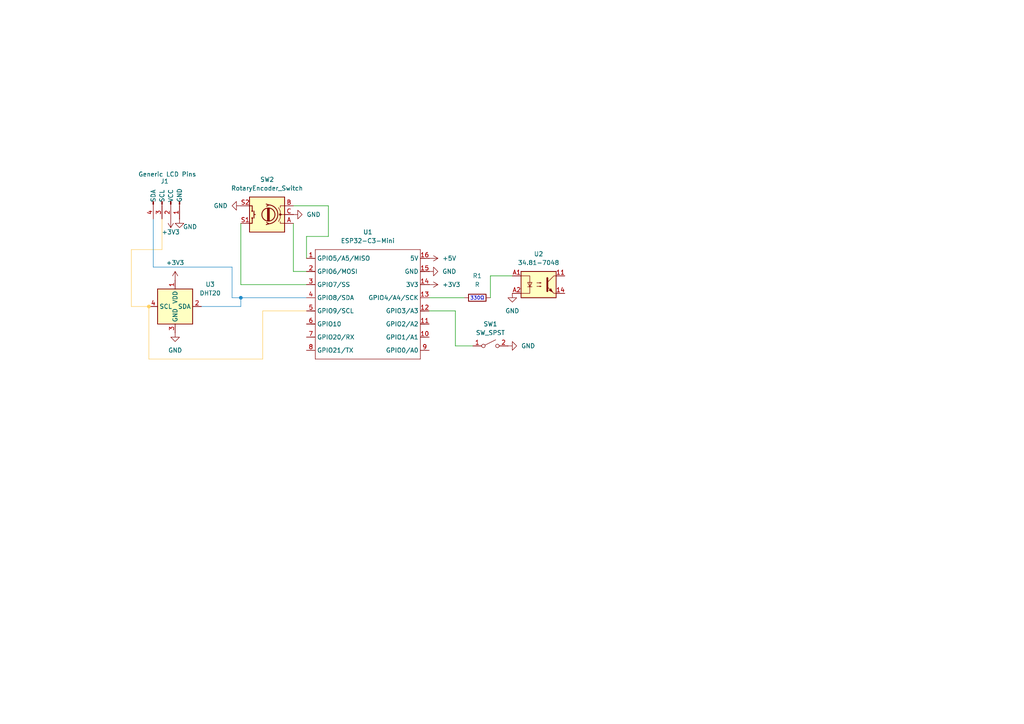
<source format=kicad_sch>
(kicad_sch (version 20250114) (generator "eeschema") (generator_version "9.0")
  (paper "A4")
  (lib_symbols
    (symbol "Device:R" (pin_numbers (hide yes)) (pin_names (offset 0))
      (property "Reference" "R" (at 2.032 0 90))
      (property "Value" "R" (at 0 0 90))
      (symbol "R_0_1"
        (rectangle (start -1.016 -2.54) (end 1.016 2.54) (stroke (width 0.254)))
      )
      (symbol "R_1_1"
        (pin passive line (at 0 3.81 270) (length 1.27) (name "~") (number "1"))
        (pin passive line (at 0 -3.81 90) (length 1.27) (name "~") (number "2"))
      )
    )
    (symbol "Device:RotaryEncoder_Switch" (pin_names (offset 0.254) (hide yes))
      (property "Reference" "SW" (at 0 6.604 0))
      (property "Value" "RotaryEncoder_Switch" (at 0 -6.604 0))
      (symbol "RotaryEncoder_Switch_0_1"
        (rectangle (start -5.08 5.08) (end 5.08 -5.08) (stroke (width 0.254)) (fill (type background)))
        (polyline (pts (xy -5.08 2.54) (xy -3.81 2.54) (xy -3.81 2.032)))
        (polyline (pts (xy -5.08 0) (xy -3.81 0) (xy -3.81 -1.016) (xy -3.302 -2.032)))
        (polyline (pts (xy -5.08 -2.54) (xy -3.81 -2.54) (xy -3.81 -2.032)))
        (polyline (pts (xy -4.318 0) (xy -3.81 0) (xy -3.81 1.016) (xy -3.302 2.032)))
        (circle (center -3.81 0) (radius 0.254) (fill (type outline)))
        (polyline (pts (xy -0.635 -1.778) (xy -0.635 1.778)) (stroke (width 0.254)))
        (circle (center -0.381 0) (radius 1.905) (stroke (width 0.254)))
        (polyline (pts (xy -0.381 -1.778) (xy -0.381 1.778)) (stroke (width 0.254)))
        (arc (start -0.381 -2.794) (mid -3.0988 -0.0635) (end -0.381 2.667) (stroke (width 0.254)))
        (polyline (pts (xy -0.127 1.778) (xy -0.127 -1.778)) (stroke (width 0.254)))
        (polyline (pts (xy 0.254 2.921) (xy -0.508 2.667) (xy 0.127 2.286)) (stroke (width 0.254)))
        (polyline (pts (xy 0.254 -3.048) (xy -0.508 -2.794) (xy 0.127 -2.413)) (stroke (width 0.254)))
        (polyline (pts (xy 3.81 1.016) (xy 3.81 -1.016)) (stroke (width 0.254)))
        (polyline (pts (xy 3.81 0) (xy 3.429 0)) (stroke (width 0.254)))
        (circle (center 4.318 1.016) (radius 0.127) (stroke (width 0.254)))
        (circle (center 4.318 -1.016) (radius 0.127) (stroke (width 0.254)))
        (polyline (pts (xy 5.08 2.54) (xy 4.318 2.54) (xy 4.318 1.016)) (stroke (width 0.254)))
        (polyline (pts (xy 5.08 -2.54) (xy 4.318 -2.54) (xy 4.318 -1.016)) (stroke (width 0.254)))
      )
      (symbol "RotaryEncoder_Switch_1_1"
        (pin passive line (at -7.62 2.54 0) (length 2.54) (name "A") (number "A"))
        (pin passive line (at -7.62 0 0) (length 2.54) (name "C") (number "C"))
        (pin passive line (at -7.62 -2.54 0) (length 2.54) (name "B") (number "B"))
        (pin passive line (at 7.62 2.54 180) (length 2.54) (name "S1") (number "S1"))
        (pin passive line (at 7.62 -2.54 180) (length 2.54) (name "S2") (number "S2"))
      )
    )
    (symbol "Relay_SolidState:34.81-7048"
      (property "Reference" "U" (at -5.08 5.08 0))
      (property "Value" "34.81-7048" (at 0 5.08 0))
      (symbol "34.81-7048_0_1"
        (rectangle (start -5.08 3.81) (end 5.08 -3.81) (stroke (width 0.254)) (fill (type background)))
        (polyline (pts (xy -5.08 2.54) (xy -2.54 2.54) (xy -2.54 -2.54) (xy -5.08 -2.54)))
        (polyline (pts (xy -3.175 -0.635) (xy -1.905 -0.635)))
        (polyline (pts (xy -2.54 -0.635) (xy -3.175 0.635) (xy -1.905 0.635) (xy -2.54 -0.635)))
        (polyline (pts (xy -0.508 0.508) (xy 0.762 0.508) (xy 0.381 0.381) (xy 0.381 0.635) (xy 0.762 0.508)))
        (polyline (pts (xy -0.508 -0.508) (xy 0.762 -0.508) (xy 0.381 -0.635) (xy 0.381 -0.381) (xy 0.762 -0.508)))
        (polyline (pts (xy 2.54 1.905) (xy 2.54 -1.905) (xy 2.54 -1.905)) (stroke (width 0.508)))
        (polyline (pts (xy 3.048 -1.651) (xy 3.556 -1.143) (xy 4.064 -2.159) (xy 3.048 -1.651) (xy 3.048 -1.651)) (fill (type outline)))
        (polyline (pts (xy 5.08 2.54) (xy 4.445 2.54) (xy 2.54 0.635) (xy 2.54 -0.635) (xy 4.445 -2.54) (xy 5.08 -2.54)))
      )
      (symbol "34.81-7048_1_1"
        (pin passive line (at -7.62 2.54 0) (length 2.54) (name "~") (number "A1"))
        (pin passive line (at -7.62 -2.54 0) (length 2.54) (name "~") (number "A2"))
        (pin passive line (at 7.62 2.54 180) (length 2.54) (name "~") (number "11"))
        (pin passive line (at 7.62 -2.54 180) (length 2.54) (name "~") (number "14"))
      )
    )
    (symbol "Seeed_Studio_XIAO_Series:ESP32-C3-Mini"
      (property "Reference" "U" (at 0 0 0))
      (property "Value" "ESP32-C3-Mini" (at 5.334 -1.778 0))
      (symbol "ESP32-C3-Mini_1_0"
        (polyline (pts (xy -1.27 -2.54) (xy 29.21 -2.54)) (stroke (width 0.1524)))
        (polyline (pts (xy -1.27 -5.08) (xy -2.54 -5.08)) (stroke (width 0.1524)))
        (polyline (pts (xy -1.27 -5.08) (xy -1.27 -2.54)) (stroke (width 0.1524)))
        (polyline (pts (xy -1.27 -8.89) (xy -2.54 -8.89)) (stroke (width 0.1524)))
        (polyline (pts (xy -1.27 -8.89) (xy -1.27 -5.08)) (stroke (width 0.1524)))
        (polyline (pts (xy -1.27 -12.7) (xy -2.54 -12.7)) (stroke (width 0.1524)))
        (polyline (pts (xy -1.27 -12.7) (xy -1.27 -8.89)) (stroke (width 0.1524)))
        (polyline (pts (xy -1.27 -16.51) (xy -2.54 -16.51)) (stroke (width 0.1524)))
        (polyline (pts (xy -1.27 -16.51) (xy -1.27 -12.7)) (stroke (width 0.1524)))
        (polyline (pts (xy -1.27 -20.32) (xy -2.54 -20.32)) (stroke (width 0.1524)))
        (polyline (pts (xy -1.27 -24.13) (xy -2.54 -24.13)) (stroke (width 0.1524)))
        (polyline (pts (xy -1.27 -27.94) (xy -2.54 -27.94)) (stroke (width 0.1524)))
        (polyline (pts (xy -1.27 -34.29) (xy -1.27 -16.51)) (stroke (width 0.1524)))
        (polyline (pts (xy 29.21 -2.54) (xy 29.21 -5.08)) (stroke (width 0.1524)))
        (polyline (pts (xy 29.21 -5.08) (xy 29.21 -8.89)) (stroke (width 0.1524)))
        (polyline (pts (xy 29.21 -8.89) (xy 29.21 -12.7)) (stroke (width 0.1524)))
        (polyline (pts (xy 29.21 -12.7) (xy 29.21 -34.29)) (stroke (width 0.1524)))
        (polyline (pts (xy 29.21 -34.29) (xy -1.27 -34.29)) (stroke (width 0.1524)))
        (polyline (pts (xy 30.48 -5.08) (xy 29.21 -5.08)) (stroke (width 0.1524)))
        (polyline (pts (xy 30.48 -8.89) (xy 29.21 -8.89)) (stroke (width 0.1524)))
        (polyline (pts (xy 30.48 -12.7) (xy 29.21 -12.7)) (stroke (width 0.1524)))
        (polyline (pts (xy 30.48 -16.51) (xy 29.21 -16.51)) (stroke (width 0.1524)))
        (polyline (pts (xy 30.48 -20.32) (xy 29.21 -20.32)) (stroke (width 0.1524)))
        (polyline (pts (xy 30.48 -24.13) (xy 29.21 -24.13)) (stroke (width 0.1524)))
        (polyline (pts (xy 30.48 -27.94) (xy 29.21 -27.94)) (stroke (width 0.1524)))
        (pin passive line (at -3.81 -5.08 0) (length 2.54) (name "GPIO5/A5/MISO") (number "1"))
        (pin passive line (at -3.81 -8.89 0) (length 2.54) (name "GPIO6/MOSI") (number "2"))
        (pin passive line (at -3.81 -12.7 0) (length 2.54) (name "GPIO7/SS") (number "3"))
        (pin passive line (at -3.81 -16.51 0) (length 2.54) (name "GPIO8/SDA") (number "4"))
        (pin passive line (at -3.81 -20.32 0) (length 2.54) (name "GPIO9/SCL") (number "5"))
        (pin passive line (at -3.81 -24.13 0) (length 2.54) (name "GPIO10") (number "6"))
        (pin passive line (at -3.81 -27.94 0) (length 2.54) (name "GPIO20/RX") (number "7"))
        (pin passive line (at -3.81 -31.75 0) (length 2.54) (name "GPIO21/TX") (number "8"))
        (pin passive line (at 31.75 -5.08 180) (length 2.54) (name "5V") (number "16"))
        (pin passive line (at 31.75 -8.89 180) (length 2.54) (name "GND") (number "15"))
        (pin passive line (at 31.75 -12.7 180) (length 2.54) (name "3V3") (number "14"))
        (pin passive line (at 31.75 -16.51 180) (length 2.54) (name "GPIO4/A4/SCK") (number "13"))
        (pin passive line (at 31.75 -20.32 180) (length 2.54) (name "GPIO3/A3") (number "12"))
        (pin passive line (at 31.75 -24.13 180) (length 2.54) (name "GPIO2/A2") (number "11"))
        (pin passive line (at 31.75 -27.94 180) (length 2.54) (name "GPIO1/A1") (number "10"))
        (pin passive line (at 31.75 -31.75 180) (length 2.54) (name "GPIO0/A0") (number "9"))
      )
    )
    (symbol "Sensor:DHT20"
      (property "Reference" "U" (at -3.81 6.35 0))
      (property "Value" "DHT20" (at 3.81 6.35 0))
      (symbol "DHT20_0_1"
        (rectangle (start -5.08 5.08) (end 5.08 -5.08) (stroke (width 0.254)) (fill (type background)))
      )
      (symbol "DHT20_1_1"
        (pin bidirectional line (at -7.62 0 0) (length 2.54) (name "SCL") (number "4"))
        (pin power_in line (at 0 7.62 270) (length 2.54) (name "VDD") (number "1"))
        (pin power_in line (at 0 -7.62 90) (length 2.54) (name "GND") (number "3"))
        (pin bidirectional line (at 7.62 0 180) (length 2.54) (name "SDA") (number "2"))
      )
    )
    (symbol "Sensor:Generic LCD Pins" (pin_names (offset 1.016))
      (property "Reference" "J1" (at 0.635 7.62 0))
      (property "Value" "Generic LCD Pins" (at 0.635 5.08 0))
      (symbol "Generic LCD Pins_1_1"
        (rectangle (start 0.8636 2.667) (end 0 2.413) (stroke (width 0.1524)) (fill (type outline)))
        (rectangle (start 0.8636 0.127) (end 0 -0.127) (stroke (width 0.1524)) (fill (type outline)))
        (rectangle (start 0.8636 -2.413) (end 0 -2.667) (stroke (width 0.1524)) (fill (type outline)))
        (rectangle (start 0.8636 -4.953) (end 0 -5.207) (stroke (width 0.1524)) (fill (type outline)))
        (polyline (pts (xy 1.27 2.54) (xy 0.8636 2.54)) (stroke (width 0.1524)))
        (polyline (pts (xy 1.27 0) (xy 0.8636 0)) (stroke (width 0.1524)))
        (polyline (pts (xy 1.27 -2.54) (xy 0.8636 -2.54)) (stroke (width 0.1524)))
        (polyline (pts (xy 1.27 -5.08) (xy 0.8636 -5.08)) (stroke (width 0.1524)))
        (pin power_in line (at 5.08 2.54 180) (length 3.81) (name "GND") (number "1"))
        (pin power_in line (at 5.08 0 180) (length 3.81) (name "VCC") (number "2"))
        (pin bidirectional line (at 5.08 -2.54 180) (length 3.81) (name "SCL") (number "3"))
        (pin bidirectional line (at 5.08 -5.08 180) (length 3.81) (name "SDA") (number "4"))
      )
    )
    (symbol "Switch:SW_SPST" (pin_names (offset 0) (hide yes))
      (property "Reference" "SW" (at 0 3.175 0))
      (property "Value" "SW_SPST" (at 0 -2.54 0))
      (symbol "SW_SPST_0_0"
        (circle (center -2.032 0) (radius 0.508))
        (polyline (pts (xy -1.524 0.254) (xy 1.524 1.778)))
        (circle (center 2.032 0) (radius 0.508))
      )
      (symbol "SW_SPST_1_1"
        (pin passive line (at -5.08 0 0) (length 2.54) (name "A") (number "1"))
        (pin passive line (at 5.08 0 180) (length 2.54) (name "B") (number "2"))
      )
    )
    (symbol "power:+3V3" (power) (pin_numbers (hide yes)) (pin_names (offset 0) (hide yes))
      (property "Value" "+3V3" (at 0 3.556 0))
      (symbol "+3V3_0_1"
        (polyline (pts (xy -0.762 1.27) (xy 0 2.54)))
        (polyline (pts (xy 0 2.54) (xy 0.762 1.27)))
        (polyline (pts (xy 0 0) (xy 0 2.54)))
      )
      (symbol "+3V3_1_1"
        (pin power_in line (at 0 0 90) (length 0) (name "~") (number "1"))
      )
    )
    (symbol "power:+5V" (power) (pin_numbers (hide yes)) (pin_names (offset 0) (hide yes))
      (property "Value" "+5V" (at 0 3.556 0))
      (symbol "+5V_0_1"
        (polyline (pts (xy -0.762 1.27) (xy 0 2.54)))
        (polyline (pts (xy 0 2.54) (xy 0.762 1.27)))
        (polyline (pts (xy 0 0) (xy 0 2.54)))
      )
      (symbol "+5V_1_1"
        (pin power_in line (at 0 0 90) (length 0) (name "~") (number "1"))
      )
    )
    (symbol "power:GND" (power) (pin_numbers (hide yes)) (pin_names (offset 0) (hide yes))
      (property "Value" "GND" (at 0 -3.81 0))
      (symbol "GND_0_1"
        (polyline (pts (xy 0 0) (xy 0 -1.27) (xy 1.27 -1.27) (xy 0 -2.54) (xy -1.27 -1.27) (xy 0 -1.27)))
      )
      (symbol "GND_1_1"
        (pin power_in line (at 0 0 270) (length 0) (name "~") (number "1"))
      )
    )
  )
  (text "330Ω" (at 138.43 86.614 0) (effects (font (size 1.016 1.016))))
  (junction (at 43.18 88.9) (color 255 203 91 1))
  (junction (at 69.85 86.36) (color 25 132 194 1))
  (wire (pts (xy 85.09 64.77) (xy 85.09 78.74)))
  (wire (pts (xy 43.18 104.14) (xy 76.2 104.14)) (stroke (width 0) (color 255 203 91 1)))
  (wire (pts (xy 38.1 72.39) (xy 38.1 88.9)) (stroke (width 0) (color 255 203 91 1)))
  (wire (pts (xy 44.45 77.47) (xy 67.31 77.47)) (stroke (width 0) (color 25 132 194 1)))
  (wire (pts (xy 69.85 64.77) (xy 69.85 82.55)))
  (wire (pts (xy 69.85 88.9) (xy 69.85 86.36)) (stroke (width 0) (color 25 132 194 1)))
  (wire (pts (xy 76.2 90.17) (xy 76.2 104.14)) (stroke (width 0) (color 255 203 91 1)))
  (wire (pts (xy 38.1 72.39) (xy 46.99 72.39)) (stroke (width 0) (color 255 203 91 1)))
  (wire (pts (xy 95.25 68.58) (xy 88.9 68.58)))
  (wire (pts (xy 43.18 88.9) (xy 43.18 104.14)) (stroke (width 0) (color 255 203 91 1)))
  (wire (pts (xy 132.08 90.17) (xy 132.08 100.33)))
  (wire (pts (xy 76.2 90.17) (xy 88.9 90.17)) (stroke (width 0) (color 255 203 91 1)))
  (wire (pts (xy 44.45 63.5) (xy 44.45 77.47)) (stroke (width 0) (color 25 132 194 1)))
  (wire (pts (xy 58.42 88.9) (xy 69.85 88.9)) (stroke (width 0) (color 25 132 194 1)))
  (wire (pts (xy 132.08 100.33) (xy 137.16 100.33)))
  (wire (pts (xy 88.9 68.58) (xy 88.9 74.93)))
  (wire (pts (xy 142.24 80.01) (xy 142.24 86.36)))
  (wire (pts (xy 38.1 88.9) (xy 43.18 88.9)) (stroke (width 0) (color 255 203 91 1)))
  (wire (pts (xy 69.85 86.36) (xy 88.9 86.36)) (stroke (width 0) (color 25 132 194 1)))
  (wire (pts (xy 85.09 78.74) (xy 88.9 78.74)))
  (wire (pts (xy 148.59 80.01) (xy 142.24 80.01)))
  (wire (pts (xy 67.31 77.47) (xy 67.31 86.36)) (stroke (width 0) (color 25 132 194 1)))
  (wire (pts (xy 85.09 59.69) (xy 95.25 59.69)))
  (wire (pts (xy 46.99 63.5) (xy 46.99 72.39)) (stroke (width 0) (color 255 203 91 1)))
  (wire (pts (xy 95.25 59.69) (xy 95.25 68.58)))
  (wire (pts (xy 124.46 86.36) (xy 134.62 86.36)))
  (wire (pts (xy 69.85 82.55) (xy 88.9 82.55)))
  (wire (pts (xy 124.46 90.17) (xy 132.08 90.17)))
  (wire (pts (xy 67.31 86.36) (xy 69.85 86.36)) (stroke (width 0) (color 25 132 194 1)))
  (symbol (lib_id "Relay_SolidState:34.81-7048") (at 156.21 82.55 0) (unit 1)
    (property "Reference" "U2" (at 156.21 73.66 0))
    (property "Value" "34.81-7048" (at 156.21 76.2 0))
    (property "Footprint" "OptoDevice:Finder_34.81" (effects (hide yes)))
    (property "Datasheet" "http://www.us.liteon.com/downloads/LTV-817-827-847.PDF" (effects (hide yes)))
    (property "Description" "Ultra-Slim Solid-State Relay, 0.1A, 48V DC output switching" (effects (hide yes)))
  )
  (symbol (lib_id "power:GND") (at 50.8 96.52 0) (unit 1)
    (property "Reference" "#PWR07" (effects (hide yes)))
    (property "Value" "GND" (at 50.8 101.6 0))
    (property "Description" "Power symbol creates a global label with name \"GND\" , ground" (effects (hide yes)))
  )
  (symbol (lib_id "power:GND") (at 69.85 59.69 270) (unit 1)
    (property "Reference" "#PWR010" (effects (hide yes)))
    (property "Value" "GND" (at 66.04 59.6899 90) (effects (justify right)))
    (property "Description" "Power symbol creates a global label with name \"GND\" , ground" (effects (hide yes)))
  )
  (symbol (lib_id "power:+5V") (at 124.46 74.93 270) (unit 1)
    (property "Reference" "#PWR03" (effects (hide yes)))
    (property "Value" "+5V" (at 128.27 74.9299 90) (effects (justify left)))
    (property "Description" "Power symbol creates a global label with name \"+5V\"" (effects (hide yes)))
  )
  (symbol (lib_id "power:GND") (at 124.46 78.74 90) (unit 1)
    (property "Reference" "#PWR01" (effects (hide yes)))
    (property "Value" "GND" (at 128.27 78.7399 90) (effects (justify right)))
    (property "Description" "Power symbol creates a global label with name \"GND\" , ground" (effects (hide yes)))
  )
  (symbol (lib_id "Device:R") (at 138.43 86.36 90) (unit 1)
    (property "Reference" "R1" (at 138.43 80.01 90))
    (property "Value" "R" (at 138.43 82.55 90))
    (property "Description" "Resistor" (effects (hide yes)))
  )
  (symbol (lib_id "Sensor:DHT20") (at 50.8 88.9 0) (unit 1)
    (property "Reference" "U3" (at 60.96 82.4798 0))
    (property "Value" "DHT20" (at 60.96 85.0198 0))
    (property "Footprint" "Sensor:Aosong_DHT11_5.5x12.0_P2.54mm" (effects (hide yes)))
    (property "Datasheet" "http://akizukidenshi.com/download/ds/aosong/DHT11.pdf" (effects (hide yes)))
    (property "Description" "3.3V to 5.5V, temperature and humidity module, DHT11" (effects (hide yes)))
  )
  (symbol (lib_id "Switch:SW_SPST") (at 142.24 100.33 0) (unit 1)
    (property "Reference" "SW1" (at 142.24 93.98 0))
    (property "Value" "SW_SPST" (at 142.24 96.52 0))
    (property "Description" "Single Pole Single Throw (SPST) switch" (effects (hide yes)))
  )
  (symbol (lib_id "power:+3V3") (at 124.46 82.55 270) (unit 1)
    (property "Reference" "#PWR04" (effects (hide yes)))
    (property "Value" "+3V3" (at 128.27 82.5499 90) (effects (justify left)))
    (property "Description" "Power symbol creates a global label with name \"+3V3\"" (effects (hide yes)))
  )
  (symbol (lib_id "power:GND") (at 52.07 63.5 0) (unit 1)
    (property "Reference" "#PWR02" (effects (hide yes)))
    (property "Value" "GND" (at 55.118 65.786 0))
    (property "Description" "Power symbol creates a global label with name \"GND\" , ground" (effects (hide yes)))
  )
  (symbol (lib_id "power:GND") (at 147.32 100.33 90) (unit 1)
    (property "Reference" "#PWR08" (effects (hide yes)))
    (property "Value" "GND" (at 151.13 100.3299 90) (effects (justify right)))
    (property "Description" "Power symbol creates a global label with name \"GND\" , ground" (effects (hide yes)))
  )
  (symbol (lib_id "Sensor:Generic LCD Pins") (at 49.53 58.42 270) (unit 1)
    (property "Reference" "J1" (at 47.752 52.578 90))
    (property "Value" "Generic LCD Pins" (at 48.514 50.546 90))
    (property "Description" "Generic connector, single row, 01x04, script generated" (effects (hide yes)))
  )
  (symbol (lib_id "Device:RotaryEncoder_Switch") (at 77.47 62.23 180) (unit 1)
    (property "Reference" "SW2" (at 77.47 52.07 0))
    (property "Value" "RotaryEncoder_Switch" (at 77.47 54.61 0))
    (property "Description" "Rotary encoder, dual channel, incremental quadrate outputs, with switch" (effects (hide yes)))
  )
  (symbol (lib_id "power:+3V3") (at 49.53 63.5 180) (unit 1)
    (property "Reference" "#PWR05" (effects (hide yes)))
    (property "Value" "+3V3" (at 49.53 67.31 0))
    (property "Description" "Power symbol creates a global label with name \"+3V3\"" (effects (hide yes)))
  )
  (symbol (lib_id "power:GND") (at 148.59 85.09 0) (unit 1)
    (property "Reference" "#PWR011" (effects (hide yes)))
    (property "Value" "GND" (at 148.59 90.17 0))
    (property "Description" "Power symbol creates a global label with name \"GND\" , ground" (effects (hide yes)))
  )
  (symbol (lib_id "power:+3V3") (at 50.8 81.28 0) (unit 1)
    (property "Reference" "#PWR06" (effects (hide yes)))
    (property "Value" "+3V3" (at 50.8 76.2 0))
    (property "Description" "Power symbol creates a global label with name \"+3V3\"" (effects (hide yes)))
  )
  (symbol (lib_id "Seeed_Studio_XIAO_Series:ESP32-C3-Mini") (at 92.71 69.85 0) (unit 1)
    (property "Reference" "U1" (at 106.68 67.31 0))
    (property "Value" "ESP32-C3-Mini" (at 106.68 69.85 0))
    (property "Footprint" "Module:ESP32-C3-Mini" (effects (hide yes)))
  )
  (symbol (lib_id "power:GND") (at 85.09 62.23 90) (unit 1)
    (property "Reference" "#PWR09" (effects (hide yes)))
    (property "Value" "GND" (at 88.9 62.2299 90) (effects (justify right)))
    (property "Description" "Power symbol creates a global label with name \"GND\" , ground" (effects (hide yes)))
  )
)
</source>
